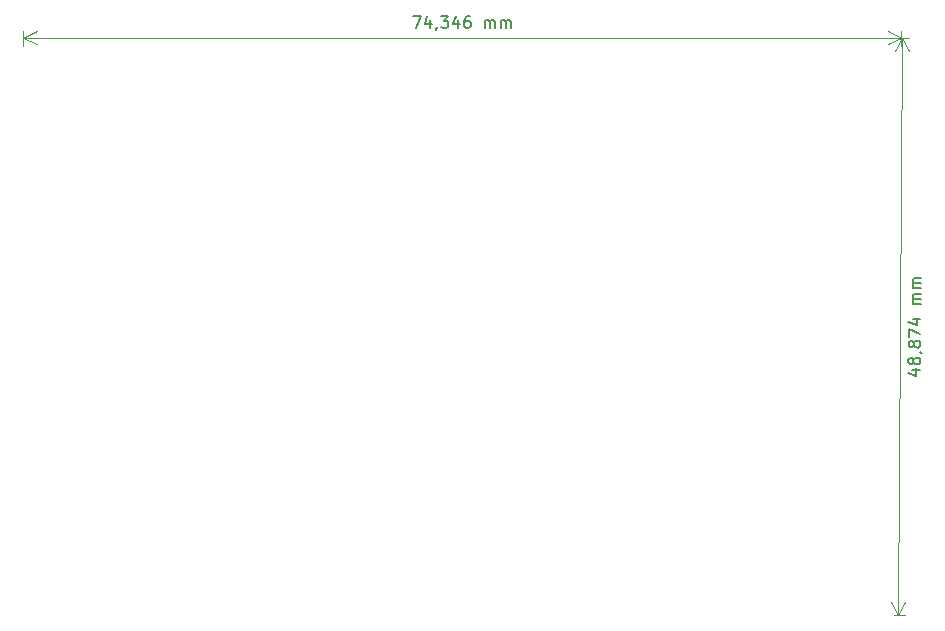
<source format=gbr>
G04 #@! TF.GenerationSoftware,KiCad,Pcbnew,(5.1.2)-1*
G04 #@! TF.CreationDate,2019-07-05T22:38:24-05:00*
G04 #@! TF.ProjectId,Proyecto,50726f79-6563-4746-9f2e-6b696361645f,rev?*
G04 #@! TF.SameCoordinates,Original*
G04 #@! TF.FileFunction,Legend,Bot*
G04 #@! TF.FilePolarity,Positive*
%FSLAX46Y46*%
G04 Gerber Fmt 4.6, Leading zero omitted, Abs format (unit mm)*
G04 Created by KiCad (PCBNEW (5.1.2)-1) date 2019-07-05 22:38:24*
%MOMM*%
%LPD*%
G04 APERTURE LIST*
%ADD10C,0.150000*%
%ADD11C,0.120000*%
G04 APERTURE END LIST*
D10*
X181066179Y-84446007D02*
X181732832Y-84450269D01*
X180683712Y-84681662D02*
X181396461Y-84924319D01*
X181400419Y-84305284D01*
X181165677Y-83779963D02*
X181117450Y-83874895D01*
X181069528Y-83922209D01*
X180973987Y-83969218D01*
X180926369Y-83968913D01*
X180831437Y-83920686D01*
X180784124Y-83872764D01*
X180737114Y-83777223D01*
X180738332Y-83586751D01*
X180786559Y-83491819D01*
X180834481Y-83444506D01*
X180930022Y-83397496D01*
X180977640Y-83397801D01*
X181072572Y-83446028D01*
X181119885Y-83493950D01*
X181166895Y-83589491D01*
X181165677Y-83779963D01*
X181212686Y-83875504D01*
X181260000Y-83923426D01*
X181354932Y-83971653D01*
X181545404Y-83972871D01*
X181640945Y-83925862D01*
X181688867Y-83878548D01*
X181737094Y-83783616D01*
X181738312Y-83593144D01*
X181691302Y-83497603D01*
X181643989Y-83449681D01*
X181549057Y-83401454D01*
X181358585Y-83400236D01*
X181263044Y-83447245D01*
X181215122Y-83494559D01*
X181166895Y-83589491D01*
X181694955Y-82926186D02*
X181742573Y-82926491D01*
X181837505Y-82974718D01*
X181884819Y-83022640D01*
X181174810Y-82351421D02*
X181126583Y-82446353D01*
X181078660Y-82493666D01*
X180983120Y-82540676D01*
X180935502Y-82540371D01*
X180840570Y-82492144D01*
X180793256Y-82444222D01*
X180746247Y-82348681D01*
X180747465Y-82158209D01*
X180795691Y-82063277D01*
X180843614Y-82015963D01*
X180939155Y-81968954D01*
X180986773Y-81969259D01*
X181081704Y-82017486D01*
X181129018Y-82065408D01*
X181176027Y-82160949D01*
X181174810Y-82351421D01*
X181221819Y-82446961D01*
X181269132Y-82494884D01*
X181364064Y-82543111D01*
X181554536Y-82544329D01*
X181650077Y-82497319D01*
X181698000Y-82450006D01*
X181746226Y-82355074D01*
X181747444Y-82164602D01*
X181700435Y-82069061D01*
X181653121Y-82021139D01*
X181558189Y-81972912D01*
X181367717Y-81971694D01*
X181272177Y-82018703D01*
X181224254Y-82066017D01*
X181176027Y-82160949D01*
X180750813Y-81634410D02*
X180755075Y-80967757D01*
X181752315Y-81402712D01*
X181093577Y-80160381D02*
X181760230Y-80164642D01*
X180711110Y-80396036D02*
X181423859Y-80638692D01*
X181427816Y-80019657D01*
X181768449Y-78878954D02*
X181101796Y-78874693D01*
X181197032Y-78875301D02*
X181149718Y-78827379D01*
X181102709Y-78731838D01*
X181103622Y-78588984D01*
X181151849Y-78494052D01*
X181247390Y-78447043D01*
X181771189Y-78450392D01*
X181247390Y-78447043D02*
X181152458Y-78398816D01*
X181105449Y-78303276D01*
X181106362Y-78160422D01*
X181154589Y-78065490D01*
X181250130Y-78018481D01*
X181773928Y-78021829D01*
X181776973Y-77545648D02*
X181110320Y-77541387D01*
X181205556Y-77541995D02*
X181158242Y-77494073D01*
X181111233Y-77398532D01*
X181112146Y-77255678D01*
X181160373Y-77160746D01*
X181255913Y-77113737D01*
X181779712Y-77117086D01*
X181255913Y-77113737D02*
X181160982Y-77065510D01*
X181113973Y-76969970D01*
X181114886Y-76827115D01*
X181163113Y-76732184D01*
X181258653Y-76685174D01*
X181782452Y-76688523D01*
D11*
X179877707Y-105209284D02*
X180190148Y-56336051D01*
X179489100Y-105206800D02*
X180464116Y-105213033D01*
X179801541Y-56333567D02*
X180776557Y-56339800D01*
X180190148Y-56336051D02*
X180769355Y-57466281D01*
X180190148Y-56336051D02*
X179596538Y-57458783D01*
X179877707Y-105209284D02*
X180471317Y-104086552D01*
X179877707Y-105209284D02*
X179298500Y-104079054D01*
D10*
X138773423Y-54484020D02*
X139440090Y-54484020D01*
X139011519Y-55484020D01*
X140249614Y-54817354D02*
X140249614Y-55484020D01*
X140011519Y-54436401D02*
X139773423Y-55150687D01*
X140392471Y-55150687D01*
X140821042Y-55436401D02*
X140821042Y-55484020D01*
X140773423Y-55579259D01*
X140725804Y-55626878D01*
X141154376Y-54484020D02*
X141773423Y-54484020D01*
X141440090Y-54864973D01*
X141582947Y-54864973D01*
X141678185Y-54912592D01*
X141725804Y-54960211D01*
X141773423Y-55055449D01*
X141773423Y-55293544D01*
X141725804Y-55388782D01*
X141678185Y-55436401D01*
X141582947Y-55484020D01*
X141297233Y-55484020D01*
X141201995Y-55436401D01*
X141154376Y-55388782D01*
X142630566Y-54817354D02*
X142630566Y-55484020D01*
X142392471Y-54436401D02*
X142154376Y-55150687D01*
X142773423Y-55150687D01*
X143582947Y-54484020D02*
X143392471Y-54484020D01*
X143297233Y-54531640D01*
X143249614Y-54579259D01*
X143154376Y-54722116D01*
X143106757Y-54912592D01*
X143106757Y-55293544D01*
X143154376Y-55388782D01*
X143201995Y-55436401D01*
X143297233Y-55484020D01*
X143487709Y-55484020D01*
X143582947Y-55436401D01*
X143630566Y-55388782D01*
X143678185Y-55293544D01*
X143678185Y-55055449D01*
X143630566Y-54960211D01*
X143582947Y-54912592D01*
X143487709Y-54864973D01*
X143297233Y-54864973D01*
X143201995Y-54912592D01*
X143154376Y-54960211D01*
X143106757Y-55055449D01*
X144868661Y-55484020D02*
X144868661Y-54817354D01*
X144868661Y-54912592D02*
X144916280Y-54864973D01*
X145011519Y-54817354D01*
X145154376Y-54817354D01*
X145249614Y-54864973D01*
X145297233Y-54960211D01*
X145297233Y-55484020D01*
X145297233Y-54960211D02*
X145344852Y-54864973D01*
X145440090Y-54817354D01*
X145582947Y-54817354D01*
X145678185Y-54864973D01*
X145725804Y-54960211D01*
X145725804Y-55484020D01*
X146201995Y-55484020D02*
X146201995Y-54817354D01*
X146201995Y-54912592D02*
X146249614Y-54864973D01*
X146344852Y-54817354D01*
X146487709Y-54817354D01*
X146582947Y-54864973D01*
X146630566Y-54960211D01*
X146630566Y-55484020D01*
X146630566Y-54960211D02*
X146678185Y-54864973D01*
X146773423Y-54817354D01*
X146916280Y-54817354D01*
X147011519Y-54864973D01*
X147059138Y-54960211D01*
X147059138Y-55484020D01*
D11*
X105791000Y-56301640D02*
X180136800Y-56301640D01*
X105791000Y-56984900D02*
X105791000Y-55715219D01*
X180136800Y-56984900D02*
X180136800Y-55715219D01*
X180136800Y-56301640D02*
X179010296Y-56888061D01*
X180136800Y-56301640D02*
X179010296Y-55715219D01*
X105791000Y-56301640D02*
X106917504Y-56888061D01*
X105791000Y-56301640D02*
X106917504Y-55715219D01*
M02*

</source>
